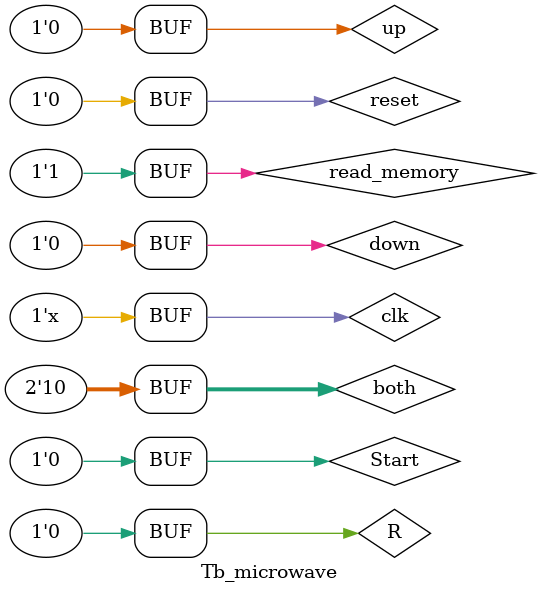
<source format=v>
`timescale 1ns/1ps
module Tb_microwave;

    reg clk, reset;
    reg Start;
    reg R;
    reg up, down;
    reg [1:0] both;
    wire lamp_door;
    wire [255:0] display;
    wire[3:0] heat;
    reg read_memory;
    wire [255:0] dout_Mem;

    microwave uut(
        .clk(clk),
        .reset(reset),
        .Start(Start),
        .R(R),
        .up(up),
        .down(down),
        .both(both),
        .read_memory(read_memory),
        .lamp_door(lamp_door),
        .dout_Mem(dout_Mem),
        .heat(heat),
        .display(display)
    );
always
  begin
    #5 clk = ~clk;
  end


initial begin
    clk = 1;
    reset = 1;

    Start = 0;
    R =0; up= 0; down = 0; both  = 0;

    #10;
    reset = 0;
    Start = 1;
    read_memory = 0;
    up= 1;
    down = 0;
    both = 0;
    #10 R = 1;
    #10; R = 1;
    #10; R = 0;
    
    #450; 
    reset = 1;
    Start = 0; up= 0; down = 0; both = 0;

    #20 reset =0;
    down = 1;
    Start = 1;
    #160; R = 1;
    #10; R = 0;


    #180; reset = 1;
    Start = 0; up= 0; down = 0; both = 0;
    #20; reset = 0;
    Start =0;
    R = 1;
    # 10 R = 0;
    both[1] = 1;
    #190; read_memory = 1;

    reset = 1;
    #10;
    reset = 0;


end



endmodule

</source>
